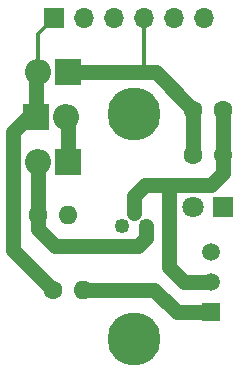
<source format=gbr>
%TF.GenerationSoftware,KiCad,Pcbnew,7.0.6-7.0.6~ubuntu22.04.1*%
%TF.CreationDate,2023-08-18T10:05:56-04:00*%
%TF.ProjectId,laserSim,6c617365-7253-4696-9d2e-6b696361645f,rev?*%
%TF.SameCoordinates,Original*%
%TF.FileFunction,Copper,L1,Top*%
%TF.FilePolarity,Positive*%
%FSLAX46Y46*%
G04 Gerber Fmt 4.6, Leading zero omitted, Abs format (unit mm)*
G04 Created by KiCad (PCBNEW 7.0.6-7.0.6~ubuntu22.04.1) date 2023-08-18 10:05:56*
%MOMM*%
%LPD*%
G01*
G04 APERTURE LIST*
%TA.AperFunction,ComponentPad*%
%ADD10C,1.600000*%
%TD*%
%TA.AperFunction,ComponentPad*%
%ADD11O,1.600000X1.600000*%
%TD*%
%TA.AperFunction,ComponentPad*%
%ADD12C,1.800000*%
%TD*%
%TA.AperFunction,ComponentPad*%
%ADD13R,1.800000X1.800000*%
%TD*%
%TA.AperFunction,ComponentPad*%
%ADD14R,2.200000X2.200000*%
%TD*%
%TA.AperFunction,ComponentPad*%
%ADD15O,2.200000X2.200000*%
%TD*%
%TA.AperFunction,ComponentPad*%
%ADD16R,1.500000X1.500000*%
%TD*%
%TA.AperFunction,ComponentPad*%
%ADD17C,1.500000*%
%TD*%
%TA.AperFunction,ComponentPad*%
%ADD18R,1.700000X1.700000*%
%TD*%
%TA.AperFunction,ComponentPad*%
%ADD19O,1.700000X1.700000*%
%TD*%
%TA.AperFunction,ComponentPad*%
%ADD20C,4.500000*%
%TD*%
%TA.AperFunction,ComponentPad*%
%ADD21O,1.250000X1.250000*%
%TD*%
%TA.AperFunction,Conductor*%
%ADD22C,1.270000*%
%TD*%
%TA.AperFunction,Conductor*%
%ADD23C,0.304800*%
%TD*%
G04 APERTURE END LIST*
D10*
%TO.P,R3,1*%
%TO.N,/LDA*%
X132305000Y-88265000D03*
D11*
%TO.P,R3,2*%
%TO.N,Net-(D4-A)*%
X134845000Y-88265000D03*
%TD*%
D12*
%TO.P,D4,2,A*%
%TO.N,Net-(D4-A)*%
X145415000Y-87630000D03*
D13*
%TO.P,D4,1,K*%
%TO.N,/RL*%
X147955000Y-87630000D03*
%TD*%
D14*
%TO.P,D2,1,K*%
%TO.N,/R1A*%
X132080000Y-80010000D03*
D15*
%TO.P,D2,2,A*%
%TO.N,Net-(D2-A)*%
X134620000Y-80010000D03*
%TD*%
D10*
%TO.P,C1,2*%
%TO.N,/LDC*%
X147935000Y-79375000D03*
%TO.P,C1,1*%
%TO.N,/RL*%
X145435000Y-79375000D03*
%TD*%
%TO.P,R2,1*%
%TO.N,/RL*%
X145415000Y-83185000D03*
D11*
%TO.P,R2,2*%
%TO.N,/LDC*%
X147955000Y-83185000D03*
%TD*%
D10*
%TO.P,R1,1*%
%TO.N,/R1A*%
X133575000Y-94615000D03*
D11*
%TO.P,R1,2*%
%TO.N,/QE*%
X136115000Y-94615000D03*
%TD*%
D14*
%TO.P,D3,1,K*%
%TO.N,Net-(D2-A)*%
X134818234Y-83820000D03*
D15*
%TO.P,D3,2,A*%
%TO.N,/LDA*%
X132278234Y-83820000D03*
%TD*%
D14*
%TO.P,D1,1,K*%
%TO.N,/RL*%
X134818234Y-76200000D03*
D15*
%TO.P,D1,2,A*%
%TO.N,/R1A*%
X132278234Y-76200000D03*
%TD*%
D16*
%TO.P,Q1,1,E*%
%TO.N,/QE*%
X146939000Y-96520000D03*
D17*
%TO.P,Q1,2,B*%
%TO.N,/LDC*%
X146939000Y-93980000D03*
%TO.P,Q1,3,C*%
%TO.N,/PDC*%
X146939000Y-91440000D03*
%TD*%
D18*
%TO.P,J1,1,Pin_1*%
%TO.N,/R1A*%
X133604000Y-71628000D03*
D19*
%TO.P,J1,2,Pin_2*%
%TO.N,/LDA*%
X136144000Y-71628000D03*
%TO.P,J1,3,Pin_3*%
%TO.N,/PDC*%
X138684000Y-71628000D03*
%TO.P,J1,4,Pin_4*%
%TO.N,/RL*%
X141224000Y-71628000D03*
%TO.P,J1,5,Pin_5*%
%TO.N,/QE*%
X143764000Y-71628000D03*
%TO.P,J1,6,Pin_6*%
%TO.N,/LDC*%
X146304000Y-71628000D03*
%TD*%
D20*
%TO.P,LD1,4*%
%TO.N,N/C*%
X140398968Y-79700800D03*
X140398968Y-98724800D03*
D21*
%TO.P,LD1,3*%
%TO.N,/LDA*%
X141398968Y-89195800D03*
%TO.P,LD1,2*%
%TO.N,/LDC*%
X140398968Y-88095800D03*
%TO.P,LD1,1*%
%TO.N,/PDC*%
X139398968Y-89195800D03*
%TD*%
D22*
%TO.N,/LDC*%
X146939000Y-85725000D02*
X143510000Y-85725000D01*
X143510000Y-85725000D02*
X141351000Y-85725000D01*
X146939000Y-93980000D02*
X144653000Y-93980000D01*
X144653000Y-93980000D02*
X143383000Y-92710000D01*
X143383000Y-92710000D02*
X143383000Y-85852000D01*
X143383000Y-85852000D02*
X143510000Y-85725000D01*
%TO.N,/QE*%
X136115000Y-94615000D02*
X142113000Y-94615000D01*
X142113000Y-94615000D02*
X144018000Y-96520000D01*
X144018000Y-96520000D02*
X146939000Y-96520000D01*
%TO.N,/RL*%
X141351000Y-76200000D02*
X142260000Y-76200000D01*
D23*
X141224000Y-76073000D02*
X141351000Y-76200000D01*
D22*
X145435000Y-79375000D02*
X145435000Y-83165000D01*
X142260000Y-76200000D02*
X145435000Y-79375000D01*
X145435000Y-83165000D02*
X145415000Y-83185000D01*
X134818234Y-76200000D02*
X141351000Y-76200000D01*
D23*
X141224000Y-71628000D02*
X141224000Y-76073000D01*
D22*
%TO.N,/LDC*%
X147935000Y-79375000D02*
X147935000Y-83165000D01*
X141351000Y-85725000D02*
X140398968Y-86677032D01*
X140398968Y-86677032D02*
X140398968Y-88095800D01*
X147955000Y-83185000D02*
X147955000Y-84709000D01*
X147955000Y-84709000D02*
X146939000Y-85725000D01*
X147935000Y-83165000D02*
X147955000Y-83185000D01*
%TO.N,/R1A*%
X133575000Y-94615000D02*
X130175000Y-91215000D01*
X130175000Y-81280000D02*
X131445000Y-80010000D01*
X131445000Y-80010000D02*
X132080000Y-80010000D01*
D23*
X133604000Y-71628000D02*
X132278234Y-72953766D01*
D22*
X132080000Y-80010000D02*
X132080000Y-76398234D01*
D23*
X132278234Y-72953766D02*
X132278234Y-76200000D01*
D22*
X130175000Y-91215000D02*
X130175000Y-81280000D01*
X132080000Y-76398234D02*
X132278234Y-76200000D01*
%TO.N,Net-(D2-A)*%
X134818234Y-83820000D02*
X134818234Y-80208234D01*
X134818234Y-80208234D02*
X134620000Y-80010000D01*
%TO.N,/LDA*%
X140716000Y-90932000D02*
X133731000Y-90932000D01*
X133731000Y-90932000D02*
X132278234Y-89479234D01*
X141398968Y-89195800D02*
X141398968Y-90249032D01*
X141398968Y-90249032D02*
X140716000Y-90932000D01*
X132278234Y-89479234D02*
X132278234Y-83820000D01*
%TD*%
M02*

</source>
